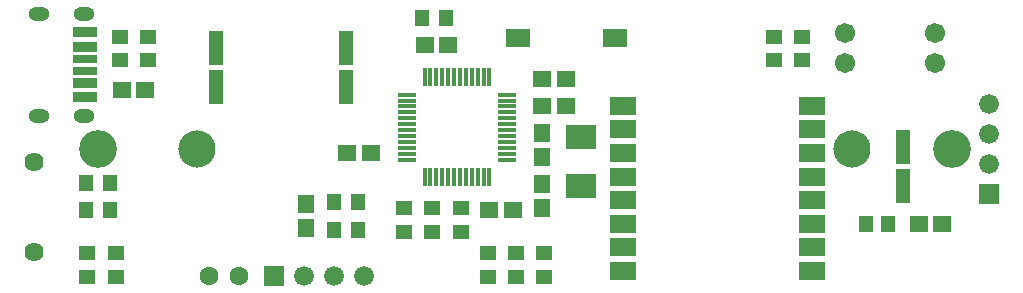
<source format=gts>
G04*
G04 #@! TF.GenerationSoftware,Altium Limited,Altium Designer,24.1.2 (44)*
G04*
G04 Layer_Color=8388736*
%FSTAX24Y24*%
%MOIN*%
G70*
G04*
G04 #@! TF.SameCoordinates,D42F5CEB-65A2-4495-9315-5EDE3D0C892D*
G04*
G04*
G04 #@! TF.FilePolarity,Negative*
G04*
G01*
G75*
%ADD25R,0.0486X0.0582*%
%ADD26R,0.0473X0.1142*%
%ADD27R,0.0595X0.0572*%
%ADD28R,0.0532X0.0473*%
%ADD29R,0.0839X0.0315*%
%ADD30R,0.0839X0.0339*%
%ADD31R,0.0839X0.0354*%
%ADD32R,0.0827X0.0631*%
%ADD33O,0.0630X0.0146*%
%ADD34O,0.0146X0.0630*%
%ADD35R,0.0906X0.0591*%
%ADD36R,0.0985X0.0788*%
%ADD37R,0.0572X0.0595*%
%ADD38R,0.0582X0.0486*%
%ADD39C,0.1260*%
%ADD40C,0.1240*%
%ADD41C,0.0660*%
%ADD42R,0.0660X0.0660*%
%ADD43C,0.0630*%
%ADD44O,0.0709X0.0472*%
%ADD45C,0.0670*%
%ADD46C,0.0639*%
%ADD47R,0.0660X0.0660*%
D25*
X00349Y00379D02*
D03*
X002703D02*
D03*
X02869Y00241D02*
D03*
X029451D02*
D03*
X0147Y00928D02*
D03*
X013913D02*
D03*
X002703Y00288D02*
D03*
X00349D02*
D03*
X01098Y00313D02*
D03*
X011767D02*
D03*
X01098Y00222D02*
D03*
X011767D02*
D03*
D26*
X00704Y00829D02*
D03*
Y006983D02*
D03*
X01136Y008287D02*
D03*
Y00698D02*
D03*
X02995Y003683D02*
D03*
Y00499D02*
D03*
D27*
X0039Y00686D02*
D03*
X004687D02*
D03*
X017913Y00724D02*
D03*
X0187D02*
D03*
X017913Y00635D02*
D03*
X0187D02*
D03*
X01399Y00839D02*
D03*
X014777D02*
D03*
X012207Y00476D02*
D03*
X01142D02*
D03*
X016937Y00288D02*
D03*
X01615D02*
D03*
X031247Y00241D02*
D03*
X03046D02*
D03*
D28*
X01609Y00065D02*
D03*
Y00145D02*
D03*
X01703Y00065D02*
D03*
Y00145D02*
D03*
X00275Y00065D02*
D03*
Y00145D02*
D03*
X0037Y00065D02*
D03*
Y00145D02*
D03*
X01797Y00065D02*
D03*
Y00145D02*
D03*
D29*
X00266Y007516D02*
D03*
X00266Y00791D02*
D03*
D30*
Y007115D02*
D03*
X00266Y008312D02*
D03*
D31*
X00266Y006631D02*
D03*
X00266Y008796D02*
D03*
D32*
X020348Y00862D02*
D03*
X01712D02*
D03*
D33*
X016745Y004554D02*
D03*
Y004751D02*
D03*
Y004948D02*
D03*
Y005145D02*
D03*
Y005342D02*
D03*
Y005538D02*
D03*
Y005735D02*
D03*
Y005932D02*
D03*
Y006129D02*
D03*
Y006326D02*
D03*
Y006523D02*
D03*
Y00672D02*
D03*
X013398D02*
D03*
Y006523D02*
D03*
Y006326D02*
D03*
Y006129D02*
D03*
Y005932D02*
D03*
Y005735D02*
D03*
Y005538D02*
D03*
Y005342D02*
D03*
Y005145D02*
D03*
Y004948D02*
D03*
Y004751D02*
D03*
Y004554D02*
D03*
D34*
X016154Y00731D02*
D03*
X015957Y00731D02*
D03*
X015761Y00731D02*
D03*
X015564Y00731D02*
D03*
X015367Y00731D02*
D03*
X01517Y00731D02*
D03*
X014973Y00731D02*
D03*
X014776Y00731D02*
D03*
X014579Y00731D02*
D03*
X014383Y00731D02*
D03*
X014186Y00731D02*
D03*
X013989Y00731D02*
D03*
X013989Y003964D02*
D03*
X014186Y003964D02*
D03*
X014383Y003964D02*
D03*
X014579Y003964D02*
D03*
X014776Y003964D02*
D03*
X014973Y003964D02*
D03*
X01517Y003964D02*
D03*
X015367Y003964D02*
D03*
X015564Y003964D02*
D03*
X015761Y003964D02*
D03*
X015957Y003964D02*
D03*
X016154Y003964D02*
D03*
D35*
X020601Y000838D02*
D03*
Y001626D02*
D03*
Y002413D02*
D03*
Y0032D02*
D03*
Y003987D02*
D03*
Y004775D02*
D03*
Y005562D02*
D03*
Y00635D02*
D03*
X0269D02*
D03*
Y005562D02*
D03*
Y004775D02*
D03*
Y003987D02*
D03*
Y0032D02*
D03*
Y002413D02*
D03*
Y001625D02*
D03*
Y000838D02*
D03*
D36*
X0192Y0053D02*
D03*
Y003686D02*
D03*
D37*
X01789Y00544D02*
D03*
Y004653D02*
D03*
X01003Y00228D02*
D03*
Y003067D02*
D03*
X0179Y00294D02*
D03*
Y003727D02*
D03*
D38*
X00476Y00865D02*
D03*
Y007863D02*
D03*
X00384Y00865D02*
D03*
Y007863D02*
D03*
X02656Y00865D02*
D03*
Y007863D02*
D03*
X02564Y00865D02*
D03*
Y007863D02*
D03*
X015199Y00294D02*
D03*
Y002153D02*
D03*
X014245Y00215D02*
D03*
Y002937D02*
D03*
X01329Y002153D02*
D03*
Y00294D02*
D03*
D39*
X003093Y0049D02*
D03*
X031557D02*
D03*
D40*
X0064D02*
D03*
X02825D02*
D03*
D41*
X01198Y00067D02*
D03*
X01098D02*
D03*
X00998D02*
D03*
X03281Y0044D02*
D03*
Y0054D02*
D03*
Y0064D02*
D03*
D42*
X00898Y00067D02*
D03*
D43*
X0078Y00066D02*
D03*
X0068D02*
D03*
D44*
X001133Y009414D02*
D03*
X002629D02*
D03*
X001132Y006012D02*
D03*
X002629D02*
D03*
D45*
X03102Y00877D02*
D03*
Y00777D02*
D03*
X02802D02*
D03*
Y00877D02*
D03*
D46*
X00097Y00447D02*
D03*
Y00147D02*
D03*
D47*
X03281Y0034D02*
D03*
M02*

</source>
